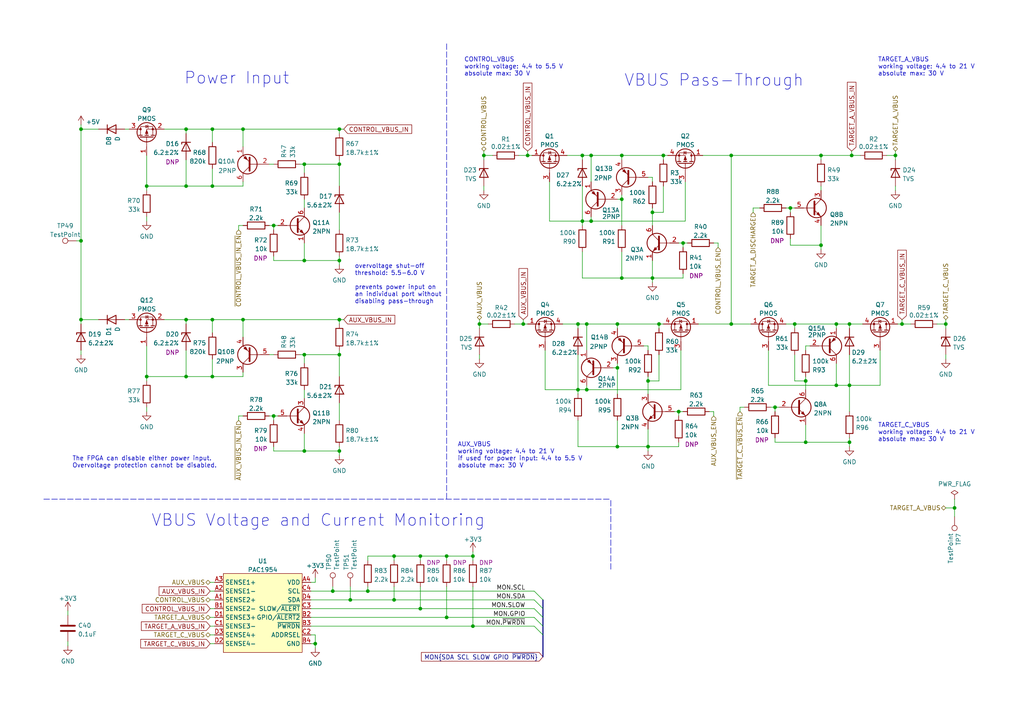
<source format=kicad_sch>
(kicad_sch (version 20211123) (generator eeschema)
  (paper "A4")
  (title_block (title "LUNA USB Multitool") (date "${DATE}") (rev "${VERSION}") (company "Copyright 2019-2023 Great Scott Gadgets") (comment 1 "Licensed under the CERN-OHL-P v2"))
  (junction (at 98.425 92.71))
  (junction (at 170.18 93.98))
  (junction (at 23.495 92.71))
  (junction (at 98.425 37.465))
  (junction (at 274.32 93.98))
  (junction (at 233.68 128.27))
  (junction (at 42.545 53.975))
  (junction (at 212.09 93.98))
  (junction (at 42.545 109.22))
  (junction (at 121.92 161.29))
  (junction (at 246.38 93.98))
  (junction (at 61.595 92.71))
  (junction (at 98.425 130.81))
  (junction (at 171.45 45.085))
  (junction (at 229.235 60.325))
  (junction (at 61.595 53.975))
  (junction (at 53.975 109.22))
  (junction (at 180.34 45.085))
  (junction (at 179.07 129.54))
  (junction (at 61.595 109.22))
  (junction (at 98.425 47.625))
  (junction (at 246.38 128.27))
  (junction (at 151.765 93.98))
  (junction (at 238.125 45.085))
  (junction (at 198.12 70.485))
  (junction (at 153.035 45.085))
  (junction (at 61.595 37.465))
  (junction (at 189.23 61.595))
  (junction (at 168.91 45.085))
  (junction (at 129.54 179.07))
  (junction (at 129.54 161.29))
  (junction (at 167.64 113.03))
  (junction (at 224.79 118.11))
  (junction (at 88.265 47.625))
  (junction (at 180.34 80.645))
  (junction (at 246.38 111.76))
  (junction (at 187.96 110.49))
  (junction (at 233.68 110.49))
  (junction (at 23.495 69.85))
  (junction (at 91.44 186.69))
  (junction (at 79.375 120.65))
  (junction (at 137.16 161.29))
  (junction (at 187.96 129.54))
  (junction (at 53.975 53.975))
  (junction (at 242.57 111.76))
  (junction (at 53.975 37.465))
  (junction (at 70.485 37.465))
  (junction (at 114.3 161.29))
  (junction (at 121.92 176.53))
  (junction (at 180.34 57.785))
  (junction (at 189.23 80.645))
  (junction (at 88.265 75.565))
  (junction (at 96.52 171.45))
  (junction (at 53.975 92.71))
  (junction (at 70.485 92.71))
  (junction (at 247.015 45.085))
  (junction (at 238.125 71.12))
  (junction (at 88.265 102.87))
  (junction (at 137.16 181.61))
  (junction (at 259.715 45.085))
  (junction (at 168.91 64.135))
  (junction (at 79.375 65.405))
  (junction (at 179.07 106.68))
  (junction (at 98.425 102.87))
  (junction (at 192.405 45.085))
  (junction (at 98.425 75.565))
  (junction (at 261.62 93.98))
  (junction (at 140.335 45.085))
  (junction (at 230.505 93.98))
  (junction (at 23.495 37.465))
  (junction (at 179.07 93.98))
  (junction (at 196.85 119.38))
  (junction (at 276.86 147.32))
  (junction (at 106.68 171.45))
  (junction (at 212.09 45.085))
  (junction (at 191.135 93.98))
  (junction (at 167.64 93.98))
  (junction (at 88.265 130.81))
  (junction (at 114.3 173.99))
  (junction (at 139.065 93.98))
  (junction (at 101.6 173.99))
  (junction (at 170.18 113.03))
  (junction (at 242.57 93.98))
  (junction (at 171.45 64.135))
  (bus_entry (at 157.48 179.07) (size -2.54 -2.54))
  (bus_entry (at 157.48 184.15) (size -2.54 -2.54))
  (bus_entry (at 157.48 173.99) (size -2.54 -2.54))
  (bus_entry (at 157.48 181.61) (size -2.54 -2.54))
  (bus_entry (at 157.48 176.53) (size -2.54 -2.54))
  (wire (pts (xy 238.125 46.355) (xy 238.125 45.085)))
  (wire (pts (xy 246.38 128.27) (xy 246.38 129.54)))
  (wire (pts (xy 61.595 41.275) (xy 61.595 37.465)))
  (wire (pts (xy 229.235 60.325) (xy 230.505 60.325)))
  (wire (pts (xy 246.38 127) (xy 246.38 128.27)))
  (wire (pts (xy 79.375 75.565) (xy 88.265 75.565)))
  (wire (pts (xy 79.375 65.405) (xy 78.105 65.405)))
  (wire (pts (xy 129.54 161.29) (xy 137.16 161.29)))
  (wire (pts (xy 218.44 61.595) (xy 218.44 60.325)))
  (wire (pts (xy 98.425 47.625) (xy 98.425 53.975)))
  (wire (pts (xy 246.38 111.76) (xy 255.27 111.76)))
  (wire (pts (xy 212.09 45.085) (xy 238.125 45.085)))
  (wire (pts (xy 179.07 121.92) (xy 179.07 129.54)))
  (wire (pts (xy 197.485 113.03) (xy 197.485 101.6)))
  (wire (pts (xy 61.595 37.465) (xy 70.485 37.465)))
  (wire (pts (xy 196.85 129.54) (xy 187.96 129.54)))
  (wire (pts (xy 167.64 95.25) (xy 167.64 93.98)))
  (wire (pts (xy 189.23 61.595) (xy 189.23 65.405)))
  (wire (pts (xy 214.63 119.38) (xy 214.63 118.11)))
  (wire (pts (xy 79.375 120.65) (xy 78.105 120.65)))
  (wire (pts (xy 60.96 181.61) (xy 62.23 181.61)))
  (wire (pts (xy 246.38 93.98) (xy 242.57 93.98)))
  (wire (pts (xy 23.495 69.85) (xy 23.495 37.465)))
  (wire (pts (xy 23.495 92.71) (xy 23.495 93.98)))
  (wire (pts (xy 259.715 45.085) (xy 259.715 46.355)))
  (wire (pts (xy 61.595 53.975) (xy 53.975 53.975)))
  (wire (pts (xy 180.34 80.645) (xy 189.23 80.645)))
  (wire (pts (xy 62.23 179.07) (xy 60.96 179.07)))
  (wire (pts (xy 61.595 92.71) (xy 53.975 92.71)))
  (wire (pts (xy 78.105 47.625) (xy 79.375 47.625)))
  (wire (pts (xy 91.44 184.15) (xy 91.44 186.69)))
  (wire (pts (xy 78.105 102.87) (xy 79.375 102.87)))
  (wire (pts (xy 230.505 93.98) (xy 227.965 93.98)))
  (wire (pts (xy 91.44 167.64) (xy 91.44 168.91)))
  (wire (pts (xy 70.485 37.465) (xy 70.485 42.545)))
  (wire (pts (xy 53.975 46.355) (xy 53.975 53.975)))
  (wire (pts (xy 140.335 45.085) (xy 142.875 45.085)))
  (wire (pts (xy 88.265 47.625) (xy 98.425 47.625)))
  (wire (pts (xy 61.595 109.22) (xy 53.975 109.22)))
  (wire (pts (xy 196.85 119.38) (xy 198.12 119.38)))
  (wire (pts (xy 224.79 118.11) (xy 226.06 118.11)))
  (wire (pts (xy 167.64 113.03) (xy 170.18 113.03)))
  (wire (pts (xy 196.85 128.27) (xy 196.85 129.54)))
  (wire (pts (xy 233.68 123.19) (xy 233.68 128.27)))
  (wire (pts (xy 88.265 50.165) (xy 88.265 47.625)))
  (wire (pts (xy 79.375 66.675) (xy 79.375 65.405)))
  (wire (pts (xy 158.115 113.03) (xy 167.64 113.03)))
  (wire (pts (xy 179.07 106.68) (xy 179.07 105.41)))
  (wire (pts (xy 242.57 95.25) (xy 242.57 93.98)))
  (wire (pts (xy 229.235 71.12) (xy 238.125 71.12)))
  (wire (pts (xy 90.17 171.45) (xy 96.52 171.45)))
  (wire (pts (xy 53.975 101.6) (xy 53.975 109.22)))
  (wire (pts (xy 238.125 53.975) (xy 238.125 55.245)))
  (wire (pts (xy 53.975 92.71) (xy 47.625 92.71)))
  (wire (pts (xy 180.34 57.785) (xy 180.34 65.405)))
  (wire (pts (xy 276.86 147.32) (xy 276.86 149.86)))
  (wire (pts (xy 202.565 93.98) (xy 212.09 93.98)))
  (wire (pts (xy 159.385 64.135) (xy 159.385 52.705)))
  (wire (pts (xy 179.07 95.25) (xy 179.07 93.98)))
  (wire (pts (xy 233.68 110.49) (xy 230.505 110.49)))
  (wire (pts (xy 171.45 52.705) (xy 171.45 45.085)))
  (wire (pts (xy 121.92 176.53) (xy 154.94 176.53)))
  (wire (pts (xy 99.695 92.71) (xy 98.425 92.71)))
  (wire (pts (xy 196.85 120.65) (xy 196.85 119.38)))
  (wire (pts (xy 233.68 110.49) (xy 233.68 113.03)))
  (wire (pts (xy 274.32 147.32) (xy 276.86 147.32)))
  (wire (pts (xy 170.18 93.98) (xy 179.07 93.98)))
  (polyline (pts (xy 12.7 144.78) (xy 177.165 144.78)))
  (wire (pts (xy 137.16 160.02) (xy 137.16 161.29)))
  (wire (pts (xy 255.27 101.6) (xy 255.27 111.76)))
  (wire (pts (xy 227.965 60.325) (xy 229.235 60.325)))
  (wire (pts (xy 88.265 102.87) (xy 98.425 102.87)))
  (wire (pts (xy 274.32 93.98) (xy 274.32 95.25)))
  (wire (pts (xy 170.18 113.03) (xy 170.18 111.76)))
  (wire (pts (xy 180.34 46.355) (xy 180.34 45.085)))
  (wire (pts (xy 96.52 171.45) (xy 106.68 171.45)))
  (wire (pts (xy 139.065 104.14) (xy 139.065 102.87)))
  (wire (pts (xy 171.45 45.085) (xy 180.34 45.085)))
  (wire (pts (xy 153.035 45.085) (xy 154.305 45.085)))
  (wire (pts (xy 164.465 45.085) (xy 168.91 45.085)))
  (wire (pts (xy 91.44 168.91) (xy 90.17 168.91)))
  (wire (pts (xy 246.38 95.25) (xy 246.38 93.98)))
  (wire (pts (xy 98.425 102.87) (xy 98.425 109.22)))
  (wire (pts (xy 121.92 162.56) (xy 121.92 161.29)))
  (wire (pts (xy 61.595 92.71) (xy 70.485 92.71)))
  (wire (pts (xy 230.505 95.25) (xy 230.505 93.98)))
  (wire (pts (xy 70.485 37.465) (xy 98.425 37.465)))
  (wire (pts (xy 70.485 92.71) (xy 98.425 92.71)))
  (wire (pts (xy 167.64 93.98) (xy 170.18 93.98)))
  (wire (pts (xy 90.17 186.69) (xy 91.44 186.69)))
  (wire (pts (xy 42.545 110.49) (xy 42.545 109.22)))
  (wire (pts (xy 187.96 110.49) (xy 191.135 110.49)))
  (polyline (pts (xy 177.165 165.1) (xy 177.165 144.78)))
  (wire (pts (xy 53.975 109.22) (xy 42.545 109.22)))
  (wire (pts (xy 250.19 93.98) (xy 246.38 93.98)))
  (wire (pts (xy 151.765 92.71) (xy 151.765 93.98)))
  (wire (pts (xy 238.125 45.085) (xy 247.015 45.085)))
  (wire (pts (xy 88.265 70.485) (xy 88.265 75.565)))
  (wire (pts (xy 242.57 111.76) (xy 246.38 111.76)))
  (wire (pts (xy 79.375 129.54) (xy 79.375 130.81)))
  (wire (pts (xy 224.79 118.11) (xy 224.79 119.38)))
  (wire (pts (xy 168.91 53.975) (xy 168.91 64.135)))
  (wire (pts (xy 205.74 119.38) (xy 207.01 119.38)))
  (wire (pts (xy 274.32 93.98) (xy 274.32 92.71)))
  (wire (pts (xy 198.12 70.485) (xy 199.39 70.485)))
  (wire (pts (xy 259.715 45.085) (xy 257.175 45.085)))
  (wire (pts (xy 88.265 125.73) (xy 88.265 130.81)))
  (wire (pts (xy 163.195 93.98) (xy 167.64 93.98)))
  (wire (pts (xy 140.335 55.245) (xy 140.335 53.975)))
  (wire (pts (xy 114.3 162.56) (xy 114.3 161.29)))
  (wire (pts (xy 98.425 130.81) (xy 98.425 132.08)))
  (wire (pts (xy 207.01 70.485) (xy 208.28 70.485)))
  (wire (pts (xy 98.425 116.84) (xy 98.425 121.92)))
  (wire (pts (xy 242.57 105.41) (xy 242.57 111.76)))
  (wire (pts (xy 129.54 162.56) (xy 129.54 161.29)))
  (wire (pts (xy 53.975 53.975) (xy 42.545 53.975)))
  (wire (pts (xy 168.91 64.135) (xy 171.45 64.135)))
  (wire (pts (xy 233.68 109.22) (xy 233.68 110.49)))
  (wire (pts (xy 98.425 92.71) (xy 98.425 93.98)))
  (wire (pts (xy 191.135 110.49) (xy 191.135 102.87)))
  (wire (pts (xy 189.23 51.435) (xy 189.23 52.705)))
  (wire (pts (xy 98.425 75.565) (xy 98.425 76.835)))
  (wire (pts (xy 271.78 93.98) (xy 274.32 93.98)))
  (wire (pts (xy 80.645 65.405) (xy 79.375 65.405)))
  (wire (pts (xy 179.07 93.98) (xy 191.135 93.98)))
  (wire (pts (xy 214.63 118.11) (xy 215.9 118.11)))
  (wire (pts (xy 233.68 100.33) (xy 234.95 100.33)))
  (wire (pts (xy 70.485 107.95) (xy 70.485 109.22)))
  (wire (pts (xy 106.68 161.29) (xy 106.68 162.56)))
  (wire (pts (xy 259.715 45.085) (xy 259.715 43.815)))
  (wire (pts (xy 22.225 69.85) (xy 23.495 69.85)))
  (wire (pts (xy 53.975 93.98) (xy 53.975 92.71)))
  (bus (pts (xy 157.48 173.99) (xy 157.48 176.53)))
  (wire (pts (xy 70.485 109.22) (xy 61.595 109.22)))
  (wire (pts (xy 246.38 119.38) (xy 246.38 111.76)))
  (wire (pts (xy 86.995 102.87) (xy 88.265 102.87)))
  (wire (pts (xy 96.52 170.18) (xy 96.52 171.45)))
  (wire (pts (xy 129.54 179.07) (xy 154.94 179.07)))
  (wire (pts (xy 233.68 128.27) (xy 246.38 128.27)))
  (wire (pts (xy 179.07 129.54) (xy 187.96 129.54)))
  (wire (pts (xy 170.18 113.03) (xy 197.485 113.03)))
  (wire (pts (xy 69.215 120.65) (xy 69.215 121.92)))
  (wire (pts (xy 137.16 181.61) (xy 90.17 181.61)))
  (wire (pts (xy 276.86 147.32) (xy 276.86 144.78)))
  (wire (pts (xy 70.485 53.975) (xy 61.595 53.975)))
  (bus (pts (xy 157.48 181.61) (xy 157.48 184.15)))
  (wire (pts (xy 189.23 60.325) (xy 189.23 61.595)))
  (bus (pts (xy 157.48 179.07) (xy 157.48 181.61)))
  (wire (pts (xy 168.91 73.025) (xy 168.91 80.645)))
  (wire (pts (xy 196.85 70.485) (xy 198.12 70.485)))
  (wire (pts (xy 98.425 130.81) (xy 88.265 130.81)))
  (wire (pts (xy 53.975 37.465) (xy 47.625 37.465)))
  (wire (pts (xy 168.91 46.355) (xy 168.91 45.085)))
  (wire (pts (xy 247.015 45.085) (xy 249.555 45.085)))
  (wire (pts (xy 260.35 93.98) (xy 261.62 93.98)))
  (wire (pts (xy 261.62 93.98) (xy 264.16 93.98)))
  (wire (pts (xy 42.545 119.38) (xy 42.545 118.11)))
  (wire (pts (xy 86.995 47.625) (xy 88.265 47.625)))
  (wire (pts (xy 186.69 100.33) (xy 187.96 100.33)))
  (wire (pts (xy 198.12 80.645) (xy 189.23 80.645)))
  (wire (pts (xy 189.23 80.645) (xy 189.23 75.565)))
  (wire (pts (xy 139.065 95.25) (xy 139.065 93.98)))
  (wire (pts (xy 23.495 101.6) (xy 23.495 102.87)))
  (wire (pts (xy 224.79 128.27) (xy 233.68 128.27)))
  (wire (pts (xy 179.07 106.68) (xy 179.07 114.3)))
  (wire (pts (xy 69.215 65.405) (xy 69.215 66.675)))
  (wire (pts (xy 180.34 57.785) (xy 180.34 56.515)))
  (wire (pts (xy 79.375 130.81) (xy 88.265 130.81)))
  (wire (pts (xy 114.3 173.99) (xy 154.94 173.99)))
  (wire (pts (xy 129.54 170.18) (xy 129.54 179.07)))
  (wire (pts (xy 168.91 80.645) (xy 180.34 80.645)))
  (wire (pts (xy 60.96 186.69) (xy 62.23 186.69)))
  (wire (pts (xy 153.035 93.98) (xy 151.765 93.98)))
  (wire (pts (xy 150.495 45.085) (xy 153.035 45.085)))
  (wire (pts (xy 140.335 46.355) (xy 140.335 45.085)))
  (wire (pts (xy 212.09 93.98) (xy 217.805 93.98)))
  (wire (pts (xy 189.23 61.595) (xy 192.405 61.595)))
  (wire (pts (xy 23.495 37.465) (xy 23.495 36.195)))
  (wire (pts (xy 91.44 186.69) (xy 91.44 187.96)))
  (wire (pts (xy 187.96 130.81) (xy 187.96 129.54)))
  (wire (pts (xy 61.595 104.14) (xy 61.595 109.22)))
  (wire (pts (xy 229.235 61.595) (xy 229.235 60.325)))
  (wire (pts (xy 90.17 179.07) (xy 129.54 179.07)))
  (wire (pts (xy 42.545 53.975) (xy 42.545 45.085)))
  (wire (pts (xy 23.495 92.71) (xy 28.575 92.71)))
  (wire (pts (xy 98.425 102.87) (xy 98.425 101.6)))
  (wire (pts (xy 23.495 92.71) (xy 23.495 69.85)))
  (wire (pts (xy 198.12 79.375) (xy 198.12 80.645)))
  (wire (pts (xy 88.265 57.785) (xy 88.265 60.325)))
  (wire (pts (xy 171.45 64.135) (xy 171.45 62.865)))
  (wire (pts (xy 170.18 101.6) (xy 170.18 93.98)))
  (wire (pts (xy 180.34 45.085) (xy 192.405 45.085)))
  (wire (pts (xy 168.91 64.135) (xy 168.91 65.405)))
  (wire (pts (xy 19.685 177.165) (xy 19.685 178.435)))
  (wire (pts (xy 60.96 173.99) (xy 62.23 173.99)))
  (wire (pts (xy 137.16 161.29) (xy 137.16 162.56)))
  (wire (pts (xy 61.595 48.895) (xy 61.595 53.975)))
  (wire (pts (xy 159.385 64.135) (xy 168.91 64.135)))
  (wire (pts (xy 229.235 69.215) (xy 229.235 71.12)))
  (wire (pts (xy 192.405 45.085) (xy 193.675 45.085)))
  (wire (pts (xy 198.12 71.755) (xy 198.12 70.485)))
  (wire (pts (xy 106.68 170.18) (xy 106.68 171.45)))
  (wire (pts (xy 139.065 92.71) (xy 139.065 93.98)))
  (wire (pts (xy 208.28 70.485) (xy 208.28 71.755)))
  (wire (pts (xy 90.17 176.53) (xy 121.92 176.53)))
  (wire (pts (xy 70.485 65.405) (xy 69.215 65.405)))
  (wire (pts (xy 80.645 120.65) (xy 79.375 120.65)))
  (wire (pts (xy 140.335 43.815) (xy 140.335 45.085)))
  (wire (pts (xy 98.425 74.295) (xy 98.425 75.565)))
  (wire (pts (xy 37.465 37.465) (xy 36.195 37.465)))
  (wire (pts (xy 233.68 101.6) (xy 233.68 100.33)))
  (wire (pts (xy 42.545 64.135) (xy 42.545 62.865)))
  (wire (pts (xy 242.57 93.98) (xy 230.505 93.98)))
  (wire (pts (xy 222.885 111.76) (xy 242.57 111.76)))
  (wire (pts (xy 187.96 109.22) (xy 187.96 110.49)))
  (wire (pts (xy 167.64 102.87) (xy 167.64 113.03)))
  (wire (pts (xy 62.23 171.45) (xy 60.96 171.45)))
  (wire (pts (xy 274.32 104.14) (xy 274.32 102.87)))
  (wire (pts (xy 60.96 168.91) (xy 62.23 168.91)))
  (wire (pts (xy 61.595 37.465) (xy 53.975 37.465)))
  (wire (pts (xy 106.68 171.45) (xy 154.94 171.45)))
  (bus (pts (xy 157.48 176.53) (xy 157.48 179.07)))
  (wire (pts (xy 187.96 51.435) (xy 189.23 51.435)))
  (wire (pts (xy 187.96 100.33) (xy 187.96 101.6)))
  (wire (pts (xy 114.3 170.18) (xy 114.3 173.99)))
  (wire (pts (xy 171.45 64.135) (xy 198.755 64.135)))
  (wire (pts (xy 187.96 129.54) (xy 187.96 124.46)))
  (wire (pts (xy 154.94 181.61) (xy 137.16 181.61)))
  (wire (pts (xy 79.375 121.92) (xy 79.375 120.65)))
  (wire (pts (xy 191.135 95.25) (xy 191.135 93.98)))
  (wire (pts (xy 62.23 184.15) (xy 60.96 184.15)))
  (polyline (pts (xy 129.54 12.7) (xy 129.54 144.78)))
  (wire (pts (xy 230.505 110.49) (xy 230.505 102.87)))
  (wire (pts (xy 223.52 118.11) (xy 224.79 118.11)))
  (wire (pts (xy 70.485 52.705) (xy 70.485 53.975)))
  (wire (pts (xy 167.64 113.03) (xy 167.64 114.3)))
  (wire (pts (xy 167.64 121.92) (xy 167.64 129.54)))
  (wire (pts (xy 195.58 119.38) (xy 196.85 119.38)))
  (wire (pts (xy 238.125 71.12) (xy 238.125 65.405)))
  (wire (pts (xy 114.3 161.29) (xy 121.92 161.29)))
  (wire (pts (xy 70.485 92.71) (xy 70.485 97.79)))
  (wire (pts (xy 222.885 101.6) (xy 222.885 111.76)))
  (wire (pts (xy 203.835 45.085) (xy 212.09 45.085)))
  (wire (pts (xy 101.6 170.18) (xy 101.6 173.99)))
  (wire (pts (xy 98.425 37.465) (xy 98.425 38.735)))
  (wire (pts (xy 238.125 72.39) (xy 238.125 71.12)))
  (wire (pts (xy 98.425 61.595) (xy 98.425 66.675)))
  (wire (pts (xy 158.115 101.6) (xy 158.115 113.03)))
  (wire (pts (xy 187.96 110.49) (xy 187.96 114.3)))
  (wire (pts (xy 189.23 81.915) (xy 189.23 80.645)))
  (wire (pts (xy 247.015 45.085) (xy 247.015 43.815)))
  (wire (pts (xy 261.62 93.98) (xy 261.62 92.71)))
  (wire (pts (xy 192.405 46.355) (xy 192.405 45.085)))
  (wire (pts (xy 212.09 45.085) (xy 212.09 93.98)))
  (wire (pts (xy 70.485 120.65) (xy 69.215 120.65)))
  (wire (pts (xy 192.405 61.595) (xy 192.405 53.975)))
  (wire (pts (xy 180.34 73.025) (xy 180.34 80.645)))
  (wire (pts (xy 121.92 161.29) (xy 129.54 161.29)))
  (wire (pts (xy 99.695 37.465) (xy 98.425 37.465)))
  (wire (pts (xy 98.425 129.54) (xy 98.425 130.81)))
  (wire (pts (xy 101.6 173.99) (xy 114.3 173.99)))
  (wire (pts (xy 98.425 75.565) (xy 88.265 75.565)))
  (wire (pts (xy 121.92 170.18) (xy 121.92 176.53)))
  (wire (pts (xy 88.265 105.41) (xy 88.265 102.87)))
  (wire (pts (xy 153.035 45.085) (xy 153.035 43.815)))
  (wire (pts (xy 218.44 60.325) (xy 220.345 60.325)))
  (wire (pts (xy 137.16 170.18) (xy 137.16 181.61)))
  (wire (pts (xy 151.765 93.98) (xy 149.225 93.98)))
  (wire (pts (xy 90.17 184.15) (xy 91.44 184.15)))
  (wire (pts (xy 42.545 55.245) (xy 42.545 53.975)))
  (wire (pts (xy 198.755 64.135) (xy 198.755 52.705)))
  (wire (pts (xy 98.425 47.625) (xy 98.425 46.355)))
  (wire (pts (xy 61.595 96.52) (xy 61.595 92.71)))
  (wire (pts (xy 191.135 93.98) (xy 192.405 93.98)))
  (bus (pts (xy 157.48 184.15) (xy 157.48 190.5)))
  (wire (pts (xy 88.265 113.03) (xy 88.265 115.57)))
  (wire (pts (xy 141.605 93.98) (xy 139.065 93.98)))
  (wire (pts (xy 79.375 74.295) (xy 79.375 75.565)))
  (wire (pts (xy 167.64 129.54) (xy 179.07 129.54)))
  (wire (pts (xy 259.715 55.245) (xy 259.715 53.975)))
  (wire (pts (xy 90.17 173.99) (xy 101.6 173.99)))
  (wire (pts (xy 62.23 176.53) (xy 60.96 176.53)))
  (wire (pts (xy 177.8 106.68) (xy 179.07 106.68)))
  (wire (pts (xy 37.465 92.71) (xy 36.195 92.71)))
  (wire (pts (xy 42.545 109.22) (xy 42.545 100.33)))
  (wire (pts (xy 53.975 38.735) (xy 53.975 37.465)))
  (wire (pts (xy 168.91 45.085) (xy 171.45 45.085)))
  (wire (pts (xy 106.68 161.29) (xy 114.3 161.29)))
  (wire (pts (xy 179.07 57.785) (xy 180.34 57.785)))
  (wire (pts (xy 224.79 127) (xy 224.79 128.27)))
  (wire (pts (xy 246.38 102.87) (xy 246.38 111.76)))
  (wire (pts (xy 19.685 186.055) (xy 19.685 187.325)))
  (wire (pts (xy 207.01 120.65) (xy 207.01 119.38)))
  (wire (pts (xy 28.575 37.465) (xy 23.495 37.465)))
  (text "VBUS Voltage and Current Monitoring" (at 43.815 153.035 0) (effects (font (size 3.4036 3.4036)) (justify left bottom)))
  (text "overvoltage shut-off\nthreshold: 5.5-6.0 V\n\nprevents power input on\nan individual port without\ndisabling pass-through" (at 102.87 88.265 0) (effects (font (size 1.27 1.27)) (justify left bottom)))
  (text "CONTROL_VBUS\nworking voltage: 4.4 to 5.5 V\nabsolute max: 30 V" (at 134.62 22.225 0) (effects (font (size 1.27 1.27)) (justify left bottom)))
  (text "TARGET_C_VBUS\nworking voltage: 4.4 to 21 V\nabsolute max: 30 V" (at 254.635 128.27 0) (effects (font (size 1.27 1.27)) (justify left bottom)))
  (text "VBUS Pass-Through" (at 180.975 25.4 0) (effects (font (size 3.4036 3.4036)) (justify left bottom)))
  (text "The FPGA can disable either power input.\nOvervoltage protection cannot be disabled." (at 20.955 135.89 0) (effects (font (size 1.27 1.27)) (justify left bottom)))
  (text "AUX_VBUS\nworking voltage: 4.4 to 21 V\nif used for power input: 4.4 to 5.5 V\nabsolute max: 30 V" (at 132.715 135.89 0) (effects (font (size 1.27 1.27)) (justify left bottom)))
  (text "Power Input" (at 53.34 24.765 0) (effects (font (size 3.4036 3.4036)) (justify left bottom)))
  (text "TARGET_A_VBUS\nworking voltage: 4.4 to 21 V\nabsolute max: 30 V" (at 254.635 22.225 0) (effects (font (size 1.27 1.27)) (justify left bottom)))
  (label "MON.GPIO" (at 152.4 179.07 180))
  (label "MON.SDA" (at 152.4 173.99 180))
  (label "MON.SCL" (at 152.4 171.45 180))
  (label "MON.~{PWRDN}" (at 152.4 181.61 180))
  (label "MON.SLOW" (at 152.4 176.53 180))
  (global_label "TARGET_C_VBUS_IN" (shape input) (at 60.96 186.69 180) (property "Intersheet References" "${INTERSHEET_REFS}" (effects hide)))
  (global_label "AUX_VBUS_IN" (shape input) (at 99.695 92.71 0) (property "Intersheet References" "${INTERSHEET_REFS}" (effects hide)))
  (global_label "AUX_VBUS_IN" (shape input) (at 151.765 92.71 90) (property "Intersheet References" "${INTERSHEET_REFS}" (effects hide)))
  (global_label "CONTROL_VBUS_IN" (shape input) (at 99.695 37.465 0) (property "Intersheet References" "${INTERSHEET_REFS}" (effects hide)))
  (global_label "AUX_VBUS_IN" (shape input) (at 60.96 171.45 180) (property "Intersheet References" "${INTERSHEET_REFS}" (effects hide)))
  (global_label "CONTROL_VBUS_IN" (shape input) (at 60.96 176.53 180) (property "Intersheet References" "${INTERSHEET_REFS}" (effects hide)))
  (global_label "MON{SDA SCL SLOW GPIO ~{PWRDN}}" (shape input) (at 157.48 190.5 180) (property "Intersheet References" "${INTERSHEET_REFS}" (effects hide)))
  (global_label "TARGET_A_VBUS_IN" (shape input) (at 60.96 181.61 180) (property "Intersheet References" "${INTERSHEET_REFS}" (effects hide)))
  (global_label "TARGET_A_VBUS_IN" (shape input) (at 247.015 43.815 90) (property "Intersheet References" "${INTERSHEET_REFS}" (effects hide)))
  (global_label "TARGET_C_VBUS_IN" (shape input) (at 261.62 92.71 90) (property "Intersheet References" "${INTERSHEET_REFS}" (effects hide)))
  (global_label "CONTROL_VBUS_IN" (shape input) (at 153.035 43.815 90) (property "Intersheet References" "${INTERSHEET_REFS}" (effects hide)))
  (hierarchical_label "~{AUX_VBUS_IN_EN}" (shape input) (at 69.215 121.92 270))
  (hierarchical_label "CONTROL_VBUS" (shape bidirectional) (at 140.335 43.815 90))
  (hierarchical_label "TARGET_C_VBUS" (shape bidirectional) (at 60.96 184.15 180))
  (hierarchical_label "TARGET_A_VBUS" (shape bidirectional) (at 274.32 147.32 180))
  (hierarchical_label "~{CONTROL_VBUS_IN_EN}" (shape input) (at 69.215 66.675 270))
  (hierarchical_label "TARGET_C_VBUS" (shape bidirectional) (at 274.32 92.71 90))
  (hierarchical_label "CONTROL_VBUS" (shape bidirectional) (at 60.96 173.99 180))
  (hierarchical_label "AUX_VBUS" (shape bidirectional) (at 139.065 92.71 90))
  (hierarchical_label "TARGET_A_DISCHARGE" (shape input) (at 218.44 61.595 270))
  (hierarchical_label "CONTROL_VBUS_EN" (shape input) (at 208.28 71.755 270))
  (hierarchical_label "AUX_VBUS" (shape bidirectional) (at 60.96 168.91 180))
  (hierarchical_label "~{TARGET_C_VBUS_EN}" (shape input) (at 214.63 119.38 270))
  (hierarchical_label "AUX_VBUS_EN" (shape input) (at 207.01 120.65 270))
  (hierarchical_label "TARGET_A_VBUS" (shape bidirectional) (at 259.715 43.815 90))
  (hierarchical_label "TARGET_A_VBUS" (shape bidirectional) (at 60.96 179.07 180))
  (symbol (lib_id "Device:D_Zener") (at 168.91 50.165 90) (mirror x) (unit 1)
    (property "Reference" "D27" (at 161.29 50.8 90) (effects (justify right)))
    (property "Value" "6.2±2%" (at 161.29 53.3369 90) (effects (justify right)))
    (property "Footprint" "luna:DFN1006-2" (effects hide))
    (property "Datasheet" "https://assets.nexperia.com/documents/data-sheet/BZX884_BC_SER.pdf" (effects hide))
    (property "Manufacturer" "Nexperia" (effects hide))
    (property "Part Number" "BZX884-B6V2,315" (effects hide))
    (property "Description" "DIODE ZENER 6.2V 250MW DFN1006-2" (effects hide))
  )
  (symbol (lib_id "Device:R") (at 180.34 69.215 180) (unit 1)
    (property "Reference" "R91" (at 178.562 70.0497 0) (effects (justify left)))
    (property "Value" "100k" (at 178.562 67.5128 0) (effects (justify left)))
    (property "Footprint" "Resistor_SMD:R_0402_1005Metric" (effects hide))
    (property "Part Number" "ERJ-2GEJ104X" (effects hide))
    (property "Substitution" "any equivalent" (effects hide))
    (property "Description" "RES SMD 100K OHM 5% 1/10W 0402" (effects hide))
    (property "Manufacturer" "Panasonic" (effects hide))
  )
  (symbol (lib_id "Device:R") (at 74.295 120.65 270) (mirror x) (unit 1)
    (property "Reference" "R78" (at 74.295 115.9342 90))
    (property "Value" "2.2k" (at 74.295 118.4711 90))
    (property "Footprint" "Resistor_SMD:R_0402_1005Metric" (effects hide))
    (property "Part Number" "RC0402JR-072K2L" (effects hide))
    (property "Substitution" "any equivalent" (effects hide))
    (property "Description" "RES 2.2K OHM 5% 1/16W 0402" (effects hide))
    (property "Manufacturer" "Yageo" (effects hide))
  )
  (symbol (lib_id "power:GND") (at 98.425 76.835 0) (mirror y) (unit 1)
    (property "Reference" "#PWR083" (effects hide))
    (property "Value" "GND" (at 98.425 81.2784 0))
  )
  (symbol (lib_id "power:GND") (at 187.96 130.81 0) (mirror y) (unit 1)
    (property "Reference" "#PWR04" (effects hide))
    (property "Value" "GND" (at 187.96 135.2534 0))
  )
  (symbol (lib_id "Transistor_FET:SiA449DJ") (at 255.27 96.52 270) (mirror x) (unit 1)
    (property "Reference" "Q7" (at 255.27 88.3752 90))
    (property "Value" "PMOS" (at 255.27 90.9121 90))
    (property "Footprint" "luna:Vishay_PowerPAK_SC70-6L_Single" (effects hide))
    (property "Datasheet" "https://www.vishay.com/docs/77080/sia483adj.pdf" (effects hide))
    (property "Manufacturer" "Vishay Siliconix" (effects hide))
    (property "Part Number" "SIA483ADJ-T1-GE3" (effects hide))
    (property "Description" "MOSFET P-CH 30V 10.6A/12A PPAK" (effects hide))
    (property "Substitution" "SIA483DJ-T1-GE3, Nexperia PMPB16EPX, PMPB27EP,115" (effects hide))
  )
  (symbol (lib_id "Device:R") (at 61.595 45.085 0) (mirror y) (unit 1)
    (property "Reference" "R68" (at 59.817 44.2503 0) (effects (justify left)))
    (property "Value" "820k" (at 59.817 46.7872 0) (effects (justify left)))
    (property "Footprint" "Resistor_SMD:R_0402_1005Metric" (effects hide))
    (property "Part Number" "RC0402JR-07820KL" (effects hide))
    (property "Substitution" "any equivalent" (effects hide))
    (property "Description" "RES 820K OHM 5% 1/16W 0402" (effects hide))
    (property "Manufacturer" "Yageo" (effects hide))
  )
  (symbol (lib_id "Device:D") (at 32.385 92.71 0) (mirror x) (unit 1)
    (property "Reference" "D1" (at 31.5503 94.742 90) (effects (justify left)))
    (property "Value" "D" (at 34.0872 94.742 90) (effects (justify left)))
    (property "Footprint" "luna:D_SOD-123FL" (effects hide))
    (property "Datasheet" "https://www.21yangjie.com/ggs/zlqj/ckfhejg/U1A%20THRU%20U1J.pdf" (effects hide))
    (property "Manufacturer" "Yangzhou Yangjie" (effects hide))
    (property "Part Number" "U1D" (effects hide))
    (property "Description" "SOD-123FL 200V 1.0A  Diodes Rec" (effects hide))
  )
  (symbol (lib_id "Transistor_BJT:BC847BS") (at 191.77 70.485 0) (mirror y) (unit 1)
    (property "Reference" "Q3" (at 186.69 72.3931 0) (effects (justify left)))
    (property "Value" "2NPN" (at 186.69 74.93 0) (effects (justify left)))
    (property "Footprint" "Package_TO_SOT_SMD:SOT-363_SC-70-6" (effects hide))
    (property "Datasheet" "https://www.21yangjie.com/style/pdf/car-small-signal-triode/BC847BS-SOT-363-%E6%B5%B7%E9%B8%A5%E8%84%9A.pdf" (effects hide))
    (property "Manufacturer" "Yangzhou Yangjie" (effects hide))
    (property "Part Number" "BC847BS" (effects hide))
    (property "Description" "SOT-363 NPN+NPN 0.3W 0.1A 50V" (effects hide))
  )
  (symbol (lib_id "Device:R") (at 79.375 70.485 0) (mirror y) (unit 1)
    (property "Reference" "R72" (at 77.597 69.6503 0) (effects (justify left)))
    (property "Value" "10k" (at 77.597 72.1872 0) (effects (justify left)))
    (property "Footprint" "Resistor_SMD:R_0402_1005Metric" (effects hide))
    (property "Part Number" "RC0402JR-0710KL" (effects hide))
    (property "Substitution" "any equivalent" (effects hide))
    (property "Description" "RES 10K OHM 5% 1/16W 0402" (effects hide))
    (property "Manufacturer" "Yageo" (effects hide))
    (property "DNP" "DNP" (at 75.565 74.93 0))
  )
  (symbol (lib_id "Device:Q_Dual_PNP_PNP_E1B1C2E2B2C1") (at 181.61 100.33 180) (unit 2)
    (property "Reference" "Q14" (at 176.53 97.79 0) (effects (justify left)))
    (property "Value" "2PNP" (at 176.3013 100.5297 0) (effects (justify left)))
    (property "Footprint" "Package_TO_SOT_SMD:SOT-363_SC-70-6" (effects hide))
    (property "Datasheet" "https://www.21yangjie.com/ggs/xxh/xxhsjg/BC857BS-SOT-363-%E6%B5%B7%E9%B8%A5%E8%84%9A.pdf" (effects hide))
    (property "Manufacturer" "Yangzhou Yangjie" (effects hide))
    (property "Part Number" "BC857BS" (effects hide))
    (property "Description" "PNP+PNP TRANS 45V 0.2A SOT-363" (effects hide))
  )
  (symbol (lib_id "Device:D_Zener") (at 259.715 50.165 90) (mirror x) (unit 1)
    (property "Reference" "D24" (at 261.747 49.3303 90) (effects (justify right)))
    (property "Value" "TVS" (at 261.747 51.8672 90) (effects (justify right)))
    (property "Footprint" "luna:DFN1006-2" (effects hide))
    (property "Datasheet" "https://assets.nexperia.com/documents/data-sheet/PESDXS1UL_SER.pdf" (effects hide))
    (property "Manufacturer" "Nexperia" (effects hide))
    (property "Part Number" "PESD36VS1UL,315" (effects hide))
    (property "Description" "TVS DIODE 36VWM 80VC DFN1006-2" (effects hide))
  )
  (symbol (lib_id "Device:Q_Dual_PNP_PNP_E1B1C2E2B2C1") (at 73.025 47.625 180) (unit 1)
    (property "Reference" "Q10" (at 68.1736 46.7903 0) (effects (justify left)))
    (property "Value" "2PNP" (at 68.58 49.53 0) (effects (justify left)))
    (property "Footprint" "Package_TO_SOT_SMD:SOT-363_SC-70-6" (effects hide))
    (property "Datasheet" "https://www.21yangjie.com/ggs/xxh/xxhsjg/BC857BS-SOT-363-%E6%B5%B7%E9%B8%A5%E8%84%9A.pdf" (effects hide))
    (property "Manufacturer" "Yangzhou Yangjie" (effects hide))
    (property "Part Number" "BC857BS" (effects hide))
    (property "Description" "PNP+PNP TRANS 45V 0.2A SOT-363" (effects hide))
  )
  (symbol (lib_id "power:GND") (at 189.23 81.915 0) (mirror y) (unit 1)
    (property "Reference" "#PWR03" (effects hide))
    (property "Value" "GND" (at 189.23 86.3584 0))
  )
  (symbol (lib_id "Device:R") (at 106.68 166.37 0) (mirror y) (unit 1)
    (property "Reference" "R83" (at 108.458 165.5353 0) (effects (justify right)))
    (property "Value" "2.2k" (at 108.458 168.0722 0) (effects (justify right)))
    (property "Footprint" "Resistor_SMD:R_0402_1005Metric" (effects hide))
    (property "Part Number" "RC0402JR-072K2L" (effects hide))
    (property "Substitution" "any equivalent" (effects hide))
    (property "Description" "RES 2.2K OHM 5% 1/16W 0402" (effects hide))
    (property "Manufacturer" "Yageo" (effects hide))
  )
  (symbol (lib_id "Device:D_Zener") (at 139.065 99.06 90) (mirror x) (unit 1)
    (property "Reference" "D25" (at 137.033 98.2253 90) (effects (justify left)))
    (property "Value" "TVS" (at 137.033 100.7622 90) (effects (justify left)))
    (property "Footprint" "luna:DFN1006-2" (effects hide))
    (property "Datasheet" "https://assets.nexperia.com/documents/data-sheet/PESDXS1UL_SER.pdf" (effects hide))
    (property "Manufacturer" "Nexperia" (effects hide))
    (property "Part Number" "PESD36VS1UL,315" (effects hide))
    (property "Description" "TVS DIODE 36VWM 80VC DFN1006-2" (effects hide))
  )
  (symbol (lib_id "Device:R") (at 224.79 123.19 0) (mirror y) (unit 1)
    (property "Reference" "R66" (at 223.012 122.3553 0) (effects (justify left)))
    (property "Value" "10k" (at 223.012 124.8922 0) (effects (justify left)))
    (property "Footprint" "Resistor_SMD:R_0402_1005Metric" (effects hide))
    (property "Part Number" "RC0402JR-0710KL" (effects hide))
    (property "Substitution" "any equivalent" (effects hide))
    (property "Description" "RES 10K OHM 5% 1/16W 0402" (effects hide))
    (property "Manufacturer" "Yageo" (effects hide))
    (property "DNP" "DNP" (at 220.98 127.635 0))
  )
  (symbol (lib_id "power:GND") (at 23.495 102.87 0) (unit 1)
    (property "Reference" "#PWR099" (effects hide))
    (property "Value" "GND" (at 23.495 107.3134 0))
  )
  (symbol (lib_id "Transistor_FET:SiA449DJ") (at 197.485 96.52 270) (mirror x) (unit 1)
    (property "Reference" "Q5" (at 197.485 88.3752 90))
    (property "Value" "PMOS" (at 197.485 90.9121 90))
    (property "Footprint" "luna:Vishay_PowerPAK_SC70-6L_Single" (effects hide))
    (property "Datasheet" "https://www.vishay.com/docs/77080/sia483adj.pdf" (effects hide))
    (property "Manufacturer" "Vishay Siliconix" (effects hide))
    (property "Part Number" "SIA483ADJ-T1-GE3" (effects hide))
    (property "Description" "MOSFET P-CH 30V 10.6A/12A PPAK" (effects hide))
    (property "Substitution" "SIA483DJ-T1-GE3, Nexperia PMPB16EPX, PMPB27EP,115" (effects hide))
  )
  (symbol (lib_id "Device:R") (at 61.595 100.33 0) (mirror y) (unit 1)
    (property "Reference" "R75" (at 59.817 99.4953 0) (effects (justify left)))
    (property "Value" "820k" (at 59.817 102.0322 0) (effects (justify left)))
    (property "Footprint" "Resistor_SMD:R_0402_1005Metric" (effects hide))
    (property "Part Number" "RC0402JR-07820KL" (effects hide))
    (property "Substitution" "any equivalent" (effects hide))
    (property "Description" "RES 820K OHM 5% 1/16W 0402" (effects hide))
    (property "Manufacturer" "Yageo" (effects hide))
  )
  (symbol (lib_id "Device:R") (at 224.155 60.325 270) (mirror x) (unit 1)
    (property "Reference" "R88" (at 224.155 55.6092 90))
    (property "Value" "2.2k" (at 224.155 58.1461 90))
    (property "Footprint" "Resistor_SMD:R_0402_1005Metric" (effects hide))
    (property "Part Number" "RC0402JR-072K2L" (effects hide))
    (property "Substitution" "any equivalent" (effects hide))
    (property "Description" "RES 2.2K OHM 5% 1/16W 0402" (effects hide))
    (property "Manufacturer" "Yageo" (effects hide))
  )
  (symbol (lib_id "Connector:TestPoint") (at 276.86 149.86 180) (unit 1) (in_bom no)
    (property "Reference" "TP7" (at 278.003 154.6098 90) (effects (justify left)))
    (property "Value" "TestPoint" (at 275.717 154.6098 90) (effects (justify left)))
    (property "Footprint" "TestPoint:TestPoint_Pad_D1.0mm" (effects hide))
  )
  (symbol (lib_id "Device:D_Zener") (at 167.64 99.06 90) (mirror x) (unit 1)
    (property "Reference" "D28" (at 160.02 99.695 90) (effects (justify right)))
    (property "Value" "6.2±2%" (at 160.02 102.2319 90) (effects (justify right)))
    (property "Footprint" "luna:DFN1006-2" (effects hide))
    (property "Datasheet" "https://assets.nexperia.com/documents/data-sheet/BZX884_BC_SER.pdf" (effects hide))
    (property "Manufacturer" "Nexperia" (effects hide))
    (property "Part Number" "BZX884-B6V2,315" (effects hide))
    (property "Description" "DIODE ZENER 6.2V 250MW DFN1006-2" (effects hide))
  )
  (symbol (lib_id "Device:D_Zener") (at 98.425 57.785 90) (mirror x) (unit 1)
    (property "Reference" "D17" (at 96.393 56.9503 90) (effects (justify left)))
    (property "Value" "5.6±2%" (at 96.393 59.4872 90) (effects (justify left)))
    (property "Footprint" "luna:DFN1006-2" (effects hide))
    (property "Datasheet" "https://assets.nexperia.com/documents/data-sheet/BZX884_BC_SER.pdf" (effects hide))
    (property "Manufacturer" "Nexperia" (effects hide))
    (property "Part Number" "BZX884-B5V6,315" (effects hide))
    (property "Description" "DIODE ZENER 5.6V 250MW DFN1006-2" (effects hide))
  )
  (symbol (lib_id "power:GND") (at 274.32 104.14 0) (unit 1)
    (property "Reference" "#PWR081" (effects hide))
    (property "Value" "GND" (at 274.32 108.5834 0))
  )
  (symbol (lib_id "Device:R") (at 229.235 65.405 0) (mirror y) (unit 1)
    (property "Reference" "R89" (at 227.457 64.5703 0) (effects (justify left)))
    (property "Value" "10k" (at 227.457 67.1072 0) (effects (justify left)))
    (property "Footprint" "Resistor_SMD:R_0402_1005Metric" (effects hide))
    (property "Part Number" "RC0402JR-0710KL" (effects hide))
    (property "Substitution" "any equivalent" (effects hide))
    (property "Description" "RES 10K OHM 5% 1/16W 0402" (effects hide))
    (property "Manufacturer" "Yageo" (effects hide))
    (property "DNP" "DNP" (at 225.425 69.85 0))
  )
  (symbol (lib_id "Device:R") (at 98.425 97.79 0) (unit 1)
    (property "Reference" "R74" (at 100.203 96.9553 0) (effects (justify left)))
    (property "Value" "18.7k±1%" (at 100.203 99.4922 0) (effects (justify left)))
    (property "Footprint" "Resistor_SMD:R_0402_1005Metric" (effects hide))
    (property "Description" "RES SMD 18.7K OHM 1% 1/10W 0402" (effects hide))
    (property "Manufacturer" "Panasonic" (effects hide))
    (property "Part Number" "ERJ-2RKF1872X" (effects hide))
    (property "Substitution" "any equivalent" (effects hide))
  )
  (symbol (lib_id "power:GND") (at 91.44 187.96 0) (mirror y) (unit 1)
    (property "Reference" "#PWR0151" (effects hide))
    (property "Value" "GND" (at 91.44 192.4034 0))
  )
  (symbol (lib_id "Device:Q_Dual_PNP_PNP_E1B1C2E2B2C1") (at 173.99 57.785 180) (unit 1)
    (property "Reference" "Q13" (at 174.625 60.96 0) (effects (justify right)))
    (property "Value" "2PNP" (at 174.625 62.865 0) (effects (justify right)))
    (property "Footprint" "Package_TO_SOT_SMD:SOT-363_SC-70-6" (effects hide))
    (property "Datasheet" "https://www.21yangjie.com/ggs/xxh/xxhsjg/BC857BS-SOT-363-%E6%B5%B7%E9%B8%A5%E8%84%9A.pdf" (effects hide))
    (property "Manufacturer" "Yangzhou Yangjie" (effects hide))
    (property "Part Number" "BC857BS" (effects hide))
    (property "Description" "PNP+PNP TRANS 45V 0.2A SOT-363" (effects hide))
  )
  (symbol (lib_id "power:PWR_FLAG") (at 276.86 144.78 0) (unit 1)
    (property "Reference" "#FLG01" (effects hide))
    (property "Value" "PWR_FLAG" (at 276.86 140.3858 0))
  )
  (symbol (lib_id "Device:R") (at 42.545 114.3 0) (mirror y) (unit 1)
    (property "Reference" "R77" (at 40.767 113.4653 0) (effects (justify left)))
    (property "Value" "33k" (at 40.767 116.0022 0) (effects (justify left)))
    (property "Footprint" "Resistor_SMD:R_0402_1005Metric" (effects hide))
    (property "Description" "RES SMD 33K OHM 5% 1/10W 0402" (effects hide))
    (property "Manufacturer" "Panasonic" (effects hide))
    (property "Part Number" "ERJ-2GEJ333X" (effects hide))
    (property "Substitution" "any equivalent" (effects hide))
  )
  (symbol (lib_id "Device:R") (at 88.265 109.22 0) (mirror y) (unit 1)
    (property "Reference" "R76" (at 86.487 108.3853 0) (effects (justify left)))
    (property "Value" "33k" (at 86.487 110.9222 0) (effects (justify left)))
    (property "Footprint" "Resistor_SMD:R_0402_1005Metric" (effects hide))
    (property "Description" "RES SMD 33K OHM 5% 1/10W 0402" (effects hide))
    (property "Manufacturer" "Panasonic" (effects hide))
    (property "Part Number" "ERJ-2GEJ333X" (effects hide))
    (property "Substitution" "any equivalent" (effects hide))
  )
  (symbol (lib_id "power:+5V") (at 23.495 36.195 0) (unit 1)
    (property "Reference" "#PWR042" (effects hide))
    (property "Value" "+5V" (at 24.892 35.3588 0) (effects (justify left)))
  )
  (symbol (lib_id "Device:D_Zener") (at 140.335 50.165 90) (mirror x) (unit 1)
    (property "Reference" "D23" (at 138.303 49.3303 90) (effects (justify left)))
    (property "Value" "TVS" (at 138.303 51.8672 90) (effects (justify left)))
    (property "Footprint" "luna:DFN1006-2" (effects hide))
    (property "Datasheet" "https://assets.nexperia.com/documents/data-sheet/PESDXS1UL_SER.pdf" (effects hide))
    (property "Manufacturer" "Nexperia" (effects hide))
    (property "Part Number" "PESD36VS1UL,315" (effects hide))
    (property "Description" "TVS DIODE 36VWM 80VC DFN1006-2" (effects hide))
  )
  (symbol (lib_id "Device:Q_Dual_PNP_PNP_E1B1C2E2B2C1") (at 182.88 51.435 180) (unit 2)
    (property "Reference" "Q13" (at 177.8 48.895 0) (effects (justify left)))
    (property "Value" "2PNP" (at 177.5713 51.6347 0) (effects (justify left)))
    (property "Footprint" "Package_TO_SOT_SMD:SOT-363_SC-70-6" (effects hide))
    (property "Datasheet" "https://www.21yangjie.com/ggs/xxh/xxhsjg/BC857BS-SOT-363-%E6%B5%B7%E9%B8%A5%E8%84%9A.pdf" (effects hide))
    (property "Manufacturer" "Yangzhou Yangjie" (effects hide))
    (property "Part Number" "BC857BS" (effects hide))
    (property "Description" "PNP+PNP TRANS 45V 0.2A SOT-363" (effects hide))
  )
  (symbol (lib_id "Device:R") (at 88.265 53.975 0) (mirror y) (unit 1)
    (property "Reference" "R69" (at 86.487 53.1403 0) (effects (justify left)))
    (property "Value" "33k" (at 86.487 55.6772 0) (effects (justify left)))
    (property "Footprint" "Resistor_SMD:R_0402_1005Metric" (effects hide))
    (property "Description" "RES SMD 33K OHM 5% 1/10W 0402" (effects hide))
    (property "Manufacturer" "Panasonic" (effects hide))
    (property "Part Number" "ERJ-2GEJ333X" (effects hide))
    (property "Substitution" "any equivalent" (effects hide))
  )
  (symbol (lib_id "Device:R") (at 79.375 125.73 0) (mirror y) (unit 1)
    (property "Reference" "R79" (at 77.597 124.8953 0) (effects (justify left)))
    (property "Value" "10k" (at 77.597 127.4322 0) (effects (justify left)))
    (property "Footprint" "Resistor_SMD:R_0402_1005Metric" (effects hide))
    (property "Part Number" "RC0402JR-0710KL" (effects hide))
    (property "Substitution" "any equivalent" (effects hide))
    (property "Description" "RES 10K OHM 5% 1/16W 0402" (effects hide))
    (property "Manufacturer" "Yageo" (effects hide))
    (property "DNP" "DNP" (at 75.565 130.175 0))
  )
  (symbol (lib_id "Device:R") (at 42.545 59.055 0) (mirror y) (unit 1)
    (property "Reference" "R70" (at 40.767 58.2203 0) (effects (justify left)))
    (property "Value" "33k" (at 40.767 60.7572 0) (effects (justify left)))
    (property "Footprint" "Resistor_SMD:R_0402_1005Metric" (effects hide))
    (property "Description" "RES SMD 33K OHM 5% 1/10W 0402" (effects hide))
    (property "Manufacturer" "Panasonic" (effects hide))
    (property "Part Number" "ERJ-2GEJ333X" (effects hide))
    (property "Substitution" "any equivalent" (effects hide))
  )
  (symbol (lib_id "Connector:TestPoint") (at 96.52 170.18 0) (unit 1) (in_bom no)
    (property "Reference" "TP50" (at 95.377 165.4302 90) (effects (justify left)))
    (property "Value" "TestPoint" (at 97.663 165.4302 90) (effects (justify left)))
    (property "Footprint" "TestPoint:TestPoint_Pad_D1.0mm" (effects hide))
  )
  (symbol (lib_id "Device:D_Zener") (at 274.32 99.06 90) (mirror x) (unit 1)
    (property "Reference" "D26" (at 276.352 98.2253 90) (effects (justify right)))
    (property "Value" "TVS" (at 276.352 100.7622 90) (effects (justify right)))
    (property "Footprint" "luna:DFN1006-2" (effects hide))
    (property "Datasheet" "https://assets.nexperia.com/documents/data-sheet/PESDXS1UL_SER.pdf" (effects hide))
    (property "Manufacturer" "Nexperia" (effects hide))
    (property "Part Number" "PESD36VS1UL,315" (effects hide))
    (property "Description" "TVS DIODE 36VWM 80VC DFN1006-2" (effects hide))
  )
  (symbol (lib_id "Device:R") (at 137.16 166.37 0) (unit 1)
    (property "Reference" "R87" (at 138.938 165.5353 0) (effects (justify left)))
    (property "Value" "10k" (at 138.938 168.0722 0) (effects (justify left)))
    (property "Footprint" "Resistor_SMD:R_0402_1005Metric" (effects hide))
    (property "Part Number" "RC0402JR-0710KL" (effects hide))
    (property "Substitution" "any equivalent" (effects hide))
    (property "Description" "RES 10K OHM 5% 1/16W 0402" (effects hide))
    (property "Manufacturer" "Yageo" (effects hide))
    (property "DNP" "DNP" (at 140.97 163.195 0))
  )
  (symbol (lib_id "power:GND") (at 259.715 55.245 0) (unit 1)
    (property "Reference" "#PWR039" (effects hide))
    (property "Value" "GND" (at 259.715 59.6884 0))
  )
  (symbol (lib_id "Device:R") (at 179.07 118.11 180) (unit 1)
    (property "Reference" "R95" (at 177.292 118.9447 0) (effects (justify left)))
    (property "Value" "100k" (at 177.292 116.4078 0) (effects (justify left)))
    (property "Footprint" "Resistor_SMD:R_0402_1005Metric" (effects hide))
    (property "Part Number" "ERJ-2GEJ104X" (effects hide))
    (property "Substitution" "any equivalent" (effects hide))
    (property "Description" "RES SMD 100K OHM 5% 1/10W 0402" (effects hide))
    (property "Manufacturer" "Panasonic" (effects hide))
  )
  (symbol (lib_id "power:GND") (at 238.125 72.39 0) (unit 1)
    (property "Reference" "#PWR0168" (effects hide))
    (property "Value" "GND" (at 238.125 76.8334 0))
  )
  (symbol (lib_id "Device:Q_Dual_PNP_PNP_E1B1C2E2B2C1") (at 73.025 102.87 180) (unit 2)
    (property "Reference" "Q10" (at 68.1737 102.0353 0) (effects (justify left)))
    (property "Value" "2PNP" (at 67.945 104.775 0) (effects (justify left)))
    (property "Footprint" "Package_TO_SOT_SMD:SOT-363_SC-70-6" (effects hide))
    (property "Datasheet" "https://www.21yangjie.com/ggs/xxh/xxhsjg/BC857BS-SOT-363-%E6%B5%B7%E9%B8%A5%E8%84%9A.pdf" (effects hide))
    (property "Manufacturer" "Yangzhou Yangjie" (effects hide))
    (property "Part Number" "BC857BS" (effects hide))
    (property "Description" "PNP+PNP TRANS 45V 0.2A SOT-363" (effects hide))
  )
  (symbol (lib_id "power:GND") (at 139.065 104.14 0) (unit 1)
    (property "Reference" "#PWR043" (effects hide))
    (property "Value" "GND" (at 139.065 108.5834 0))
  )
  (symbol (lib_id "Device:R") (at 219.71 118.11 270) (mirror x) (unit 1)
    (property "Reference" "R65" (at 219.71 113.3942 90))
    (property "Value" "2.2k" (at 219.71 115.9311 90))
    (property "Footprint" "Resistor_SMD:R_0402_1005Metric" (effects hide))
    (property "Part Number" "RC0402JR-072K2L" (effects hide))
    (property "Substitution" "any equivalent" (effects hide))
    (property "Description" "RES 2.2K OHM 5% 1/16W 0402" (effects hide))
    (property "Manufacturer" "Yageo" (effects hide))
  )
  (symbol (lib_id "power:GND") (at 42.545 119.38 0) (mirror y) (unit 1)
    (property "Reference" "#PWR0100" (effects hide))
    (property "Value" "GND" (at 42.545 123.8234 0))
  )
  (symbol (lib_id "Device:D_Zener") (at 98.425 113.03 90) (mirror x) (unit 1)
    (property "Reference" "D21" (at 96.393 112.1953 90) (effects (justify left)))
    (property "Value" "5.6±2%" (at 96.393 114.7322 90) (effects (justify left)))
    (property "Footprint" "luna:DFN1006-2" (effects hide))
    (property "Datasheet" "https://assets.nexperia.com/documents/data-sheet/BZX884_BC_SER.pdf" (effects hide))
    (property "Manufacturer" "Nexperia" (effects hide))
    (property "Part Number" "BZX884-B5V6,315" (effects hide))
    (property "Description" "DIODE ZENER 5.6V 250MW DFN1006-2" (effects hide))
  )
  (symbol (lib_id "Device:R") (at 114.3 166.37 0) (mirror y) (unit 1)
    (property "Reference" "R84" (at 116.078 165.5353 0) (effects (justify right)))
    (property "Value" "2.2k" (at 116.078 168.0722 0) (effects (justify right)))
    (property "Footprint" "Resistor_SMD:R_0402_1005Metric" (effects hide))
    (property "Part Number" "RC0402JR-072K2L" (effects hide))
    (property "Substitution" "any equivalent" (effects hide))
    (property "Description" "RES 2.2K OHM 5% 1/16W 0402" (effects hide))
    (property "Manufacturer" "Yageo" (effects hide))
  )
  (symbol (lib_id "Device:R") (at 98.425 70.485 0) (unit 1)
    (property "Reference" "R73" (at 100.203 69.6503 0) (effects (justify left)))
    (property "Value" "18.7k±1%" (at 100.203 72.1872 0) (effects (justify left)))
    (property "Footprint" "Resistor_SMD:R_0402_1005Metric" (effects hide))
    (property "Description" "RES SMD 18.7K OHM 1% 1/10W 0402" (effects hide))
    (property "Manufacturer" "Panasonic" (effects hide))
    (property "Part Number" "ERJ-2RKF1872X" (effects hide))
    (property "Substitution" "any equivalent" (effects hide))
  )
  (symbol (lib_id "Transistor_BJT:BC847BS") (at 85.725 120.65 0) (unit 2)
    (property "Reference" "Q11" (at 90.5764 119.8153 0) (effects (justify left)))
    (property "Value" "2NPN" (at 90.5764 122.3522 0) (effects (justify left)))
    (property "Footprint" "Package_TO_SOT_SMD:SOT-363_SC-70-6" (effects hide))
    (property "Datasheet" "https://www.21yangjie.com/style/pdf/car-small-signal-triode/BC847BS-SOT-363-%E6%B5%B7%E9%B8%A5%E8%84%9A.pdf" (effects hide))
    (property "Manufacturer" "Yangzhou Yangjie" (effects hide))
    (property "Part Number" "BC847BS" (effects hide))
    (property "Description" "SOT-363 NPN+NPN 0.3W 0.1A 50V" (effects hide))
  )
  (symbol (lib_id "Device:R") (at 168.91 69.215 180) (unit 1)
    (property "Reference" "R90" (at 167.132 70.0497 0) (effects (justify left)))
    (property "Value" "100k" (at 167.132 67.5128 0) (effects (justify left)))
    (property "Footprint" "Resistor_SMD:R_0402_1005Metric" (effects hide))
    (property "Part Number" "ERJ-2GEJ104X" (effects hide))
    (property "Substitution" "any equivalent" (effects hide))
    (property "Description" "RES SMD 100K OHM 5% 1/10W 0402" (effects hide))
    (property "Manufacturer" "Panasonic" (effects hide))
  )
  (symbol (lib_id "Device:R") (at 267.97 93.98 90) (mirror x) (unit 1)
    (property "Reference" "R59" (at 267.97 89.2642 90))
    (property "Value" "0.02±1%" (at 267.97 91.44 90))
    (property "Footprint" "Resistor_SMD:R_0603_1608Metric" (effects hide))
    (property "Manufacturer" "Panasonic" (effects hide))
    (property "Part Number" "ERJ-3BWFR020V" (effects hide))
    (property "Description" "RES 0.02 OHM 1% 1/3W 0603" (effects hide))
  )
  (symbol (lib_id "Device:Q_PMOS_GSD") (at 42.545 40.005 90) (unit 1)
    (property "Reference" "Q9" (at 42.545 31.8602 90))
    (property "Value" "PMOS" (at 42.545 34.3971 90))
    (property "Footprint" "Package_TO_SOT_SMD:SOT-23-3" (effects hide))
    (property "Datasheet" "https://www.21yangjie.com/style/pdf/low-voltage-mosfet/YJL3401A.pdf" (effects hide))
    (property "Manufacturer" "Yangzhou Yangjie" (effects hide))
    (property "Part Number" "YJL3401A" (effects hide))
    (property "Description" "P-CH MOSFET 30V 4.4A SOT-23-3L" (effects hide))
    (property "Substitution" "Alpha & Omega AO3401A" (effects hide))
  )
  (symbol (lib_id "Device:R") (at 121.92 166.37 0) (unit 1)
    (property "Reference" "R85" (at 123.698 165.5353 0) (effects (justify left)))
    (property "Value" "10k" (at 123.698 168.0722 0) (effects (justify left)))
    (property "Footprint" "Resistor_SMD:R_0402_1005Metric" (effects hide))
    (property "Part Number" "RC0402JR-0710KL" (effects hide))
    (property "Substitution" "any equivalent" (effects hide))
    (property "Description" "RES 10K OHM 5% 1/16W 0402" (effects hide))
    (property "Manufacturer" "Yageo" (effects hide))
    (property "DNP" "DNP" (at 125.73 163.195 0))
  )
  (symbol (lib_id "Transistor_BJT:BC847BS") (at 235.585 60.325 0) (unit 2)
    (property "Reference" "Q8" (at 240.665 62.2331 0) (effects (justify left)))
    (property "Value" "2NPN" (at 240.665 64.77 0) (effects (justify left)))
    (property "Footprint" "Package_TO_SOT_SMD:SOT-363_SC-70-6" (effects hide))
    (property "Datasheet" "https://www.21yangjie.com/style/pdf/car-small-signal-triode/BC847BS-SOT-363-%E6%B5%B7%E9%B8%A5%E8%84%9A.pdf" (effects hide))
    (property "Manufacturer" "Yangzhou Yangjie" (effects hide))
    (property "Part Number" "BC847BS" (effects hide))
    (property "Description" "SOT-363 NPN+NPN 0.3W 0.1A 50V" (effects hide))
  )
  (symbol (lib_id "power:+3V3") (at 19.685 177.165 0) (unit 1)
    (property "Reference" "#PWR0154" (effects hide))
    (property "Value" "+3V3" (at 19.685 173.5892 0))
  )
  (symbol (lib_id "Device:R") (at 74.295 65.405 270) (mirror x) (unit 1)
    (property "Reference" "R71" (at 74.295 60.6892 90))
    (property "Value" "2.2k" (at 74.295 63.2261 90))
    (property "Footprint" "Resistor_SMD:R_0402_1005Metric" (effects hide))
    (property "Part Number" "RC0402JR-072K2L" (effects hide))
    (property "Substitution" "any equivalent" (effects hide))
    (property "Description" "RES 2.2K OHM 5% 1/16W 0402" (effects hide))
    (property "Manufacturer" "Yageo" (effects hide))
  )
  (symbol (lib_id "Device:R") (at 198.12 75.565 0) (unit 1)
    (property "Reference" "R41" (at 199.898 74.7303 0) (effects (justify left)))
    (property "Value" "10k" (at 199.898 77.2672 0) (effects (justify left)))
    (property "Footprint" "Resistor_SMD:R_0402_1005Metric" (effects hide))
    (property "Part Number" "RC0402JR-0710KL" (effects hide))
    (property "Substitution" "any equivalent" (effects hide))
    (property "Description" "RES 10K OHM 5% 1/16W 0402" (effects hide))
    (property "Manufacturer" "Yageo" (effects hide))
    (property "DNP" "DNP" (at 201.93 80.01 0))
  )
  (symbol (lib_id "power:GND") (at 98.425 132.08 0) (mirror y) (unit 1)
    (property "Reference" "#PWR0114" (effects hide))
    (property "Value" "GND" (at 98.425 136.5234 0))
  )
  (symbol (lib_id "Device:R") (at 83.185 102.87 90) (unit 1)
    (property "Reference" "R48" (at 82.3503 101.092 0) (effects (justify left)))
    (property "Value" "33k" (at 84.8872 101.092 0) (effects (justify left)))
    (property "Footprint" "Resistor_SMD:R_0402_1005Metric" (effects hide))
    (property "Part Number" "ERJ-2GEJ333X" (effects hide))
    (property "Substitution" "any equivalent" (effects hide))
    (property "Description" "RES SMD 33K OHM 5% 1/10W 0402" (effects hide))
    (property "Manufacturer" "Panasonic" (effects hide))
  )
  (symbol (lib_id "power:+3V3") (at 137.16 160.02 0) (unit 1)
    (property "Reference" "#PWR0152" (effects hide))
    (property "Value" "+3V3" (at 137.16 156.4442 0))
  )
  (symbol (lib_id "Transistor_BJT:BC847BS") (at 85.725 65.405 0) (unit 1)
    (property "Reference" "Q11" (at 90.5764 64.5703 0) (effects (justify left)))
    (property "Value" "2NPN" (at 90.5764 67.1072 0) (effects (justify left)))
    (property "Footprint" "Package_TO_SOT_SMD:SOT-363_SC-70-6" (effects hide))
    (property "Datasheet" "https://www.21yangjie.com/style/pdf/car-small-signal-triode/BC847BS-SOT-363-%E6%B5%B7%E9%B8%A5%E8%84%9A.pdf" (effects hide))
    (property "Manufacturer" "Yangzhou Yangjie" (effects hide))
    (property "Part Number" "BC847BS" (effects hide))
    (property "Description" "SOT-363 NPN+NPN 0.3W 0.1A 50V" (effects hide))
  )
  (symbol (lib_id "Device:R") (at 187.96 105.41 180) (unit 1)
    (property "Reference" "R92" (at 186.055 107.315 0) (effects (justify left)))
    (property "Value" "100k" (at 186.055 104.7781 0) (effects (justify left)))
    (property "Footprint" "Resistor_SMD:R_0402_1005Metric" (effects hide))
    (property "Part Number" "ERJ-2GEJ104X" (effects hide))
    (property "Substitution" "any equivalent" (effects hide))
    (property "Description" "RES SMD 100K OHM 5% 1/10W 0402" (effects hide))
    (property "Manufacturer" "Panasonic" (effects hide))
  )
  (symbol (lib_id "Device:R") (at 238.125 50.165 0) (unit 1)
    (property "Reference" "R49" (at 239.903 49.3303 0) (effects (justify left)))
    (property "Value" "33k" (at 239.903 51.8672 0) (effects (justify left)))
    (property "Footprint" "Resistor_SMD:R_0402_1005Metric" (effects hide))
    (property "Part Number" "ERJ-2GEJ333X" (effects hide))
    (property "Substitution" "any equivalent" (effects hide))
    (property "Description" "RES SMD 33K OHM 5% 1/10W 0402" (effects hide))
    (property "Manufacturer" "Panasonic" (effects hide))
  )
  (symbol (lib_id "Device:Q_PMOS_GSD") (at 42.545 95.25 90) (unit 1)
    (property "Reference" "Q12" (at 42.545 87.1052 90))
    (property "Value" "PMOS" (at 42.545 89.6421 90))
    (property "Footprint" "Package_TO_SOT_SMD:SOT-23-3" (effects hide))
    (property "Datasheet" "https://www.21yangjie.com/style/pdf/low-voltage-mosfet/YJL3401A.pdf" (effects hide))
    (property "Manufacturer" "Yangzhou Yangjie" (effects hide))
    (property "Part Number" "YJL3401A" (effects hide))
    (property "Description" "P-CH MOSFET 30V 4.4A SOT-23-3L" (effects hide))
    (property "Substitution" "Alpha & Omega AO3401A" (effects hide))
  )
  (symbol (lib_id "Transistor_BJT:BC847BS") (at 190.5 119.38 0) (mirror y) (unit 2)
    (property "Reference" "Q3" (at 185.42 121.2881 0) (effects (justify left)))
    (property "Value" "2NPN" (at 185.42 123.825 0) (effects (justify left)))
    (property "Footprint" "Package_TO_SOT_SMD:SOT-363_SC-70-6" (effects hide))
    (property "Datasheet" "https://www.21yangjie.com/style/pdf/car-small-signal-triode/BC847BS-SOT-363-%E6%B5%B7%E9%B8%A5%E8%84%9A.pdf" (effects hide))
    (property "Manufacturer" "Yangzhou Yangjie" (effects hide))
    (property "Part Number" "BC847BS" (effects hide))
    (property "Description" "SOT-363 NPN+NPN 0.3W 0.1A 50V" (effects hide))
  )
  (symbol (lib_id "Device:R") (at 129.54 166.37 0) (unit 1)
    (property "Reference" "R86" (at 131.318 165.5353 0) (effects (justify left)))
    (property "Value" "10k" (at 131.318 168.0722 0) (effects (justify left)))
    (property "Footprint" "Resistor_SMD:R_0402_1005Metric" (effects hide))
    (property "Part Number" "RC0402JR-0710KL" (effects hide))
    (property "Substitution" "any equivalent" (effects hide))
    (property "Description" "RES 10K OHM 5% 1/16W 0402" (effects hide))
    (property "Manufacturer" "Yageo" (effects hide))
    (property "DNP" "DNP" (at 133.35 163.195 0))
  )
  (symbol (lib_id "Transistor_BJT:BC847BS") (at 231.14 118.11 0) (unit 1)
    (property "Reference" "Q8" (at 235.9914 117.2753 0) (effects (justify left)))
    (property "Value" "2NPN" (at 235.9914 119.8122 0) (effects (justify left)))
    (property "Footprint" "Package_TO_SOT_SMD:SOT-363_SC-70-6" (effects hide))
    (property "Datasheet" "https://www.21yangjie.com/style/pdf/car-small-signal-triode/BC847BS-SOT-363-%E6%B5%B7%E9%B8%A5%E8%84%9A.pdf" (effects hide))
    (property "Manufacturer" "Yangzhou Yangjie" (effects hide))
    (property "Part Number" "BC847BS" (effects hide))
    (property "Description" "SOT-363 NPN+NPN 0.3W 0.1A 50V" (effects hide))
  )
  (symbol (lib_id "Device:R") (at 203.2 70.485 90) (unit 1)
    (property "Reference" "R40" (at 203.2 65.7692 90))
    (property "Value" "2.2k" (at 203.2 68.3061 90))
    (property "Footprint" "Resistor_SMD:R_0402_1005Metric" (effects hide))
    (property "Part Number" "RC0402JR-072K2L" (effects hide))
    (property "Substitution" "any equivalent" (effects hide))
    (property "Description" "RES 2.2K OHM 5% 1/16W 0402" (effects hide))
    (property "Manufacturer" "Yageo" (effects hide))
  )
  (symbol (lib_id "Device:R") (at 192.405 50.165 0) (unit 1)
    (property "Reference" "R3" (at 194.31 50.1681 0) (effects (justify left)))
    (property "Value" "33k" (at 194.31 52.705 0) (effects (justify left)))
    (property "Footprint" "Resistor_SMD:R_0402_1005Metric" (effects hide))
    (property "Part Number" "ERJ-2GEJ333X" (effects hide))
    (property "Substitution" "any equivalent" (effects hide))
    (property "Description" "RES SMD 33K OHM 5% 1/10W 0402" (effects hide))
    (property "Manufacturer" "Panasonic" (effects hide))
  )
  (symbol (lib_id "Device:R") (at 189.23 56.515 180) (unit 1)
    (property "Reference" "R62" (at 187.325 58.42 0) (effects (justify left)))
    (property "Value" "100k" (at 187.325 55.8831 0) (effects (justify left)))
    (property "Footprint" "Resistor_SMD:R_0402_1005Metric" (effects hide))
    (property "Part Number" "ERJ-2GEJ104X" (effects hide))
    (property "Substitution" "any equivalent" (effects hide))
    (property "Description" "RES SMD 100K OHM 5% 1/10W 0402" (effects hide))
    (property "Manufacturer" "Panasonic" (effects hide))
  )
  (symbol (lib_id "power:+3V3") (at 91.44 167.64 0) (unit 1)
    (property "Reference" "#PWR0153" (effects hide))
    (property "Value" "+3V3" (at 91.44 164.0642 0))
  )
  (symbol (lib_id "Device:R") (at 98.425 42.545 0) (unit 1)
    (property "Reference" "R67" (at 100.203 41.7103 0) (effects (justify left)))
    (property "Value" "18.7k±1%" (at 100.203 44.2472 0) (effects (justify left)))
    (property "Footprint" "Resistor_SMD:R_0402_1005Metric" (effects hide))
    (property "Description" "RES SMD 18.7K OHM 1% 1/10W 0402" (effects hide))
    (property "Manufacturer" "Panasonic" (effects hide))
    (property "Part Number" "ERJ-2RKF1872X" (effects hide))
    (property "Substitution" "any equivalent" (effects hide))
  )
  (symbol (lib_id "Device:R") (at 98.425 125.73 0) (unit 1)
    (property "Reference" "R80" (at 100.203 124.8953 0) (effects (justify left)))
    (property "Value" "18.7k±1%" (at 100.203 127.4322 0) (effects (justify left)))
    (property "Footprint" "Resistor_SMD:R_0402_1005Metric" (effects hide))
    (property "Description" "RES SMD 18.7K OHM 1% 1/10W 0402" (effects hide))
    (property "Manufacturer" "Panasonic" (effects hide))
    (property "Part Number" "ERJ-2RKF1872X" (effects hide))
    (property "Substitution" "any equivalent" (effects hide))
  )
  (symbol (lib_id "Device:D_Zener") (at 23.495 97.79 90) (mirror x) (unit 1)
    (property "Reference" "D19" (at 25.527 96.9553 90) (effects (justify right)))
    (property "Value" "6.2±2%" (at 25.527 99.4922 90) (effects (justify right)))
    (property "Footprint" "luna:DFN1006-2" (effects hide))
    (property "Datasheet" "https://assets.nexperia.com/documents/data-sheet/BZX884_BC_SER.pdf" (effects hide))
    (property "Manufacturer" "Nexperia" (effects hide))
    (property "Part Number" "BZX884-B6V2,315" (effects hide))
    (property "Description" "DIODE ZENER 6.2V 250MW DFN1006-2" (effects hide))
  )
  (symbol (lib_id "Device:D_Zener") (at 246.38 99.06 90) (mirror x) (unit 1)
    (property "Reference" "D29" (at 247.015 102.2381 90) (effects (justify right)))
    (property "Value" "6.2±2%" (at 247.015 104.775 90) (effects (justify right)))
    (property "Footprint" "luna:DFN1006-2" (effects hide))
    (property "Datasheet" "https://assets.nexperia.com/documents/data-sheet/BZX884_BC_SER.pdf" (effects hide))
    (property "Manufacturer" "Nexperia" (effects hide))
    (property "Part Number" "BZX884-B6V2,315" (effects hide))
    (property "Description" "DIODE ZENER 6.2V 250MW DFN1006-2" (effects hide))
  )
  (symbol (lib_id "power:GND") (at 19.685 187.325 0) (mirror y) (unit 1)
    (property "Reference" "#PWR0117" (effects hide))
    (property "Value" "GND" (at 19.685 191.7684 0))
  )
  (symbol (lib_id "Device:R") (at 146.685 45.085 90) (mirror x) (unit 1)
    (property "Reference" "R1" (at 146.685 40.3692 90))
    (property "Value" "0.02±1%" (at 146.685 42.545 90))
    (property "Footprint" "Resistor_SMD:R_0603_1608Metric" (effects hide))
    (property "Manufacturer" "Panasonic" (effects hide))
    (property "Part Number" "ERJ-3BWFR020V" (effects hide))
    (property "Description" "RES 0.02 OHM 1% 1/3W 0603" (effects hide))
  )
  (symbol (lib_id "Connector:TestPoint") (at 22.225 69.85 90) (mirror x) (unit 1) (in_bom no)
    (property "Reference" "TP49" (at 18.923 65.5152 90))
    (property "Value" "TestPoint" (at 18.923 68.0521 90))
    (property "Footprint" "TestPoint:TestPoint_Pad_D1.0mm" (effects hide))
  )
  (symbol (lib_id "Device:R") (at 253.365 45.085 90) (mirror x) (unit 1)
    (property "Reference" "R2" (at 253.365 40.3692 90))
    (property "Value" "0.02±1%" (at 253.365 42.545 90))
    (property "Footprint" "Resistor_SMD:R_0603_1608Metric" (effects hide))
    (property "Manufacturer" "Panasonic" (effects hide))
    (property "Part Number" "ERJ-3BWFR020V" (effects hide))
    (property "Description" "RES 0.02 OHM 1% 1/3W 0603" (effects hide))
  )
  (symbol (lib_id "Device:Q_Dual_PNP_PNP_E1B1C2E2B2C1") (at 172.72 106.68 180) (unit 1)
    (property "Reference" "Q14" (at 173.355 109.855 0) (effects (justify right)))
    (property "Value" "2PNP" (at 173.355 111.76 0) (effects (justify right)))
    (property "Footprint" "Package_TO_SOT_SMD:SOT-363_SC-70-6" (effects hide))
    (property "Datasheet" "https://www.21yangjie.com/ggs/xxh/xxhsjg/BC857BS-SOT-363-%E6%B5%B7%E9%B8%A5%E8%84%9A.pdf" (effects hide))
    (property "Manufacturer" "Yangzhou Yangjie" (effects hide))
    (property "Part Number" "BC857BS" (effects hide))
    (property "Description" "PNP+PNP TRANS 45V 0.2A SOT-363" (effects hide))
  )
  (symbol (lib_id "power:GND") (at 140.335 55.245 0) (unit 1)
    (property "Reference" "#PWR025" (effects hide))
    (property "Value" "GND" (at 140.335 59.6884 0))
  )
  (symbol (lib_id "Device:R") (at 167.64 118.11 180) (unit 1)
    (property "Reference" "R94" (at 165.862 118.9447 0) (effects (justify left)))
    (property "Value" "100k" (at 165.862 116.4078 0) (effects (justify left)))
    (property "Footprint" "Resistor_SMD:R_0402_1005Metric" (effects hide))
    (property "Part Number" "ERJ-2GEJ104X" (effects hide))
    (property "Substitution" "any equivalent" (effects hide))
    (property "Description" "RES SMD 100K OHM 5% 1/10W 0402" (effects hide))
    (property "Manufacturer" "Panasonic" (effects hide))
  )
  (symbol (lib_id "support_hardware:PAC195X-1-WLCSP") (at 76.2 177.8 0) (unit 1)
    (property "Reference" "U1" (at 76.2 162.721 0))
    (property "Value" "PAC1954" (at 76.2 165.2579 0))
    (property "Footprint" "luna:WLCSP-16_2.225x2.170mm_Layout4x4_P0.5mm" (effects hide))
    (property "Manufacturer" "Microchip" (effects hide))
    (property "Part Number" "PAC1954T-E/J6CX" (effects hide))
    (property "Description" "IC CURRENT/VOLT MON 1% 16WLCSP" (effects hide))
  )
  (symbol (lib_id "Device:R") (at 83.185 47.625 90) (unit 1)
    (property "Reference" "R47" (at 82.3503 45.847 0) (effects (justify left)))
    (property "Value" "33k" (at 84.8872 45.847 0) (effects (justify left)))
    (property "Footprint" "Resistor_SMD:R_0402_1005Metric" (effects hide))
    (property "Part Number" "ERJ-2GEJ333X" (effects hide))
    (property "Substitution" "any equivalent" (effects hide))
    (property "Description" "RES SMD 33K OHM 5% 1/10W 0402" (effects hide))
    (property "Manufacturer" "Panasonic" (effects hide))
  )
  (symbol (lib_id "Transistor_FET:SiA449DJ") (at 159.385 47.625 90) (unit 1)
    (property "Reference" "Q1" (at 159.385 39.4802 90))
    (property "Value" "PMOS" (at 159.385 42.0171 90))
    (property "Footprint" "luna:Vishay_PowerPAK_SC70-6L_Single" (effects hide))
    (property "Datasheet" "https://www.vishay.com/docs/77080/sia483adj.pdf" (effects hide))
    (property "Manufacturer" "Vishay Siliconix" (effects hide))
    (property "Part Number" "SIA483ADJ-T1-GE3" (effects hide))
    (property "Description" "MOSFET P-CH 30V 10.6A/12A PPAK" (effects hide))
    (property "Substitution" "SIA483DJ-T1-GE3, Nexperia PMPB16EPX, PMPB27EP,115" (effects hide))
  )
  (symbol (lib_id "Device:R") (at 191.135 99.06 0) (unit 1)
    (property "Reference" "R60" (at 193.04 99.06 0) (effects (justify left)))
    (property "Value" "33k" (at 193.04 101.5969 0) (effects (justify left)))
    (property "Footprint" "Resistor_SMD:R_0402_1005Metric" (effects hide))
    (property "Part Number" "ERJ-2GEJ333X" (effects hide))
    (property "Substitution" "any equivalent" (effects hide))
    (property "Description" "RES SMD 33K OHM 5% 1/10W 0402" (effects hide))
    (property "Manufacturer" "Panasonic" (effects hide))
  )
  (symbol (lib_id "Device:R") (at 196.85 124.46 0) (unit 1)
    (property "Reference" "R64" (at 198.628 123.6253 0) (effects (justify left)))
    (property "Value" "10k" (at 198.628 126.1622 0) (effects (justify left)))
    (property "Footprint" "Resistor_SMD:R_0402_1005Metric" (effects hide))
    (property "Part Number" "RC0402JR-0710KL" (effects hide))
    (property "Substitution" "any equivalent" (effects hide))
    (property "Description" "RES 10K OHM 5% 1/16W 0402" (effects hide))
    (property "Manufacturer" "Yageo" (effects hide))
    (property "DNP" "DNP" (at 200.66 128.905 0))
  )
  (symbol (lib_id "Device:Q_Dual_PNP_PNP_E1B1C2E2B2C1") (at 240.03 100.33 0) (mirror x) (unit 1)
    (property "Reference" "Q15" (at 234.315 95.25 0) (effects (justify left)))
    (property "Value" "2PNP" (at 234.315 97.155 0) (effects (justify left)))
    (property "Footprint" "Package_TO_SOT_SMD:SOT-363_SC-70-6" (effects hide))
    (property "Datasheet" "https://www.21yangjie.com/ggs/xxh/xxhsjg/BC857BS-SOT-363-%E6%B5%B7%E9%B8%A5%E8%84%9A.pdf" (effects hide))
    (property "Manufacturer" "Yangzhou Yangjie" (effects hide))
    (property "Part Number" "BC857BS" (effects hide))
    (property "Description" "PNP+PNP TRANS 45V 0.2A SOT-363" (effects hide))
  )
  (symbol (lib_id "power:GND") (at 246.38 129.54 0) (unit 1)
    (property "Reference" "#PWR07" (effects hide))
    (property "Value" "GND" (at 246.38 133.9834 0))
  )
  (symbol (lib_id "Device:D_Zener") (at 53.975 97.79 90) (mirror x) (unit 1)
    (property "Reference" "D20" (at 51.943 96.9553 90) (effects (justify left)))
    (property "Value" "6.2±2%" (at 51.943 99.4922 90) (effects (justify left)))
    (property "Footprint" "luna:DFN1006-2" (effects hide))
    (property "Datasheet" "https://assets.nexperia.com/documents/data-sheet/BZX884_BC_SER.pdf" (effects hide))
    (property "Manufacturer" "Nexperia" (effects hide))
    (property "Part Number" "BZX884-B6V2,315" (effects hide))
    (property "DNP" "DNP" (at 52.07 102.235 90) (effects (justify left)))
    (property "Description" "DIODE ZENER 6.2V 250MW DFN1006-2" (effects hide))
  )
  (symbol (lib_id "Device:R") (at 233.68 105.41 180) (unit 1)
    (property "Reference" "R93" (at 235.585 107.3119 0) (effects (justify right)))
    (property "Value" "100k" (at 235.585 104.775 0) (effects (justify right)))
    (property "Footprint" "Resistor_SMD:R_0402_1005Metric" (effects hide))
    (property "Part Number" "ERJ-2GEJ104X" (effects hide))
    (property "Substitution" "any equivalent" (effects hide))
    (property "Description" "RES SMD 100K OHM 5% 1/10W 0402" (effects hide))
    (property "Manufacturer" "Panasonic" (effects hide))
  )
  (symbol (lib_id "Transistor_FET:SiA449DJ") (at 158.115 96.52 90) (unit 1)
    (property "Reference" "Q4" (at 158.115 88.3752 90))
    (property "Value" "PMOS" (at 158.115 90.9121 90))
    (property "Footprint" "luna:Vishay_PowerPAK_SC70-6L_Single" (effects hide))
    (property "Datasheet" "https://www.vishay.com/docs/77080/sia483adj.pdf" (effects hide))
    (property "Manufacturer" "Vishay Siliconix" (effects hide))
    (property "Part Number" "SIA483ADJ-T1-GE3" (effects hide))
    (property "Description" "MOSFET P-CH 30V 10.6A/12A PPAK" (effects hide))
    (property "Substitution" "SIA483DJ-T1-GE3, Nexperia PMPB16EPX, PMPB27EP,115" (effects hide))
  )
  (symbol (lib_id "Device:D") (at 32.385 37.465 0) (mirror x) (unit 1)
    (property "Reference" "D8" (at 31.5503 39.497 90) (effects (justify left)))
    (property "Value" "D" (at 34.0872 39.497 90) (effects (justify left)))
    (property "Footprint" "luna:D_SOD-123FL" (effects hide))
    (property "Datasheet" "https://www.21yangjie.com/ggs/zlqj/ckfhejg/U1A%20THRU%20U1J.pdf" (effects hide))
    (property "Manufacturer" "Yangzhou Yangjie" (effects hide))
    (property "Part Number" "U1D" (effects hide))
    (property "Description" "SOD-123FL 200V 1.0A  Diodes Rec" (effects hide))
  )
  (symbol (lib_id "Device:R") (at 201.93 119.38 90) (unit 1)
    (property "Reference" "R63" (at 201.93 114.6642 90))
    (property "Value" "2.2k" (at 201.93 117.2011 90))
    (property "Footprint" "Resistor_SMD:R_0402_1005Metric" (effects hide))
    (property "Part Number" "RC0402JR-072K2L" (effects hide))
    (property "Substitution" "any equivalent" (effects hide))
    (property "Description" "RES 2.2K OHM 5% 1/16W 0402" (effects hide))
    (property "Manufacturer" "Yageo" (effects hide))
  )
  (symbol (lib_id "Device:R") (at 145.415 93.98 270) (unit 1)
    (property "Reference" "R42" (at 145.415 89.2642 90))
    (property "Value" "0.02±1%" (at 145.415 91.44 90))
    (property "Footprint" "Resistor_SMD:R_0603_1608Metric" (effects hide))
    (property "Manufacturer" "Panasonic" (effects hide))
    (property "Part Number" "ERJ-3BWFR020V" (effects hide))
    (property "Description" "RES 0.02 OHM 1% 1/3W 0603" (effects hide))
  )
  (symbol (lib_id "Connector:TestPoint") (at 101.6 170.18 0) (unit 1) (in_bom no)
    (property "Reference" "TP51" (at 100.457 165.4302 90) (effects (justify left)))
    (property "Value" "TestPoint" (at 102.743 165.4302 90) (effects (justify left)))
    (property "Footprint" "TestPoint:TestPoint_Pad_D1.0mm" (effects hide))
  )
  (symbol (lib_id "Device:R") (at 246.38 123.19 0) (mirror x) (unit 1)
    (property "Reference" "R96" (at 248.158 124.0247 0) (effects (justify left)))
    (property "Value" "100k" (at 248.158 121.4878 0) (effects (justify left)))
    (property "Footprint" "Resistor_SMD:R_0402_1005Metric" (effects hide))
    (property "Part Number" "ERJ-2GEJ104X" (effects hide))
    (property "Substitution" "any equivalent" (effects hide))
    (property "Description" "RES SMD 100K OHM 5% 1/10W 0402" (effects hide))
    (property "Manufacturer" "Panasonic" (effects hide))
  )
  (symbol (lib_id "Device:C") (at 19.685 182.245 0) (unit 1)
    (property "Reference" "C40" (at 22.606 181.4103 0) (effects (justify left)))
    (property "Value" "0.1uF" (at 22.606 183.9472 0) (effects (justify left)))
    (property "Footprint" "Capacitor_SMD:C_0402_1005Metric" (effects hide))
    (property "Part Number" "CL05A104KA5NNNC" (effects hide))
    (property "Substitution" "any equivalent" (effects hide))
    (property "Description" "CAP CER 0.1UF 25V X5R 0402" (effects hide))
    (property "Manufacturer" "Samsung" (effects hide))
  )
  (symbol (lib_id "Transistor_FET:SiA449DJ") (at 222.885 96.52 90) (unit 1)
    (property "Reference" "Q6" (at 222.885 88.3752 90))
    (property "Value" "PMOS" (at 222.885 90.9121 90))
    (property "Footprint" "luna:Vishay_PowerPAK_SC70-6L_Single" (effects hide))
    (property "Datasheet" "https://www.vishay.com/docs/77080/sia483adj.pdf" (effects hide))
    (property "Manufacturer" "Vishay Siliconix" (effects hide))
    (property "Part Number" "SIA483ADJ-T1-GE3" (effects hide))
    (property "Description" "MOSFET P-CH 30V 10.6A/12A PPAK" (effects hide))
    (property "Substitution" "SIA483DJ-T1-GE3, Nexperia PMPB16EPX, PMPB27EP,115" (effects hide))
  )
  (symbol (lib_id "power:GND") (at 42.545 64.135 0) (mirror y) (unit 1)
    (property "Reference" "#PWR082" (effects hide))
    (property "Value" "GND" (at 42.545 68.5784 0))
  )
  (symbol (lib_id "Transistor_FET:SiA449DJ") (at 198.755 47.625 270) (mirror x) (unit 1)
    (property "Reference" "Q2" (at 198.755 39.4802 90))
    (property "Value" "PMOS" (at 198.755 42.0171 90))
    (property "Footprint" "luna:Vishay_PowerPAK_SC70-6L_Single" (effects hide))
    (property "Datasheet" "https://www.vishay.com/docs/77080/sia483adj.pdf" (effects hide))
    (property "Manufacturer" "Vishay Siliconix" (effects hide))
    (property "Part Number" "SIA483ADJ-T1-GE3" (effects hide))
    (property "Description" "MOSFET P-CH 30V 10.6A/12A PPAK" (effects hide))
    (property "Substitution" "SIA483DJ-T1-GE3, Nexperia PMPB16EPX, PMPB27EP,115" (effects hide))
  )
  (symbol (lib_id "Device:R") (at 230.505 99.06 0) (mirror y) (unit 1)
    (property "Reference" "R61" (at 228.727 98.2253 0) (effects (justify left)))
    (property "Value" "33k" (at 228.727 100.7622 0) (effects (justify left)))
    (property "Footprint" "Resistor_SMD:R_0402_1005Metric" (effects hide))
    (property "Part Number" "ERJ-2GEJ333X" (effects hide))
    (property "Substitution" "any equivalent" (effects hide))
    (property "Description" "RES SMD 33K OHM 5% 1/10W 0402" (effects hide))
    (property "Manufacturer" "Panasonic" (effects hide))
  )
  (symbol (lib_id "Device:D_Zener") (at 53.975 42.545 90) (mirror x) (unit 1)
    (property "Reference" "D16" (at 51.943 41.7103 90) (effects (justify left)))
    (property "Value" "6.2±2%" (at 51.943 44.2472 90) (effects (justify left)))
    (property "Footprint" "luna:DFN1006-2" (effects hide))
    (property "Datasheet" "https://assets.nexperia.com/documents/data-sheet/BZX884_BC_SER.pdf" (effects hide))
    (property "Manufacturer" "Nexperia" (effects hide))
    (property "Part Number" "BZX884-B6V2,315" (effects hide))
    (property "DNP" "DNP" (at 52.07 46.99 90) (effects (justify left)))
    (property "Description" "DIODE ZENER 6.2V 250MW DFN1006-2" (effects hide))
  )
)
</source>
